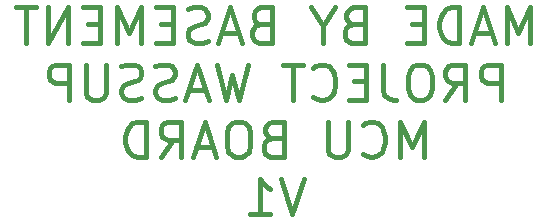
<source format=gbr>
%TF.GenerationSoftware,KiCad,Pcbnew,(6.0.9)*%
%TF.CreationDate,2022-11-26T13:31:22+01:00*%
%TF.ProjectId,MCU_PCB,4d43555f-5043-4422-9e6b-696361645f70,rev?*%
%TF.SameCoordinates,Original*%
%TF.FileFunction,Legend,Bot*%
%TF.FilePolarity,Positive*%
%FSLAX46Y46*%
G04 Gerber Fmt 4.6, Leading zero omitted, Abs format (unit mm)*
G04 Created by KiCad (PCBNEW (6.0.9)) date 2022-11-26 13:31:22*
%MOMM*%
%LPD*%
G01*
G04 APERTURE LIST*
%ADD10C,0.450000*%
G04 APERTURE END LIST*
D10*
X148071428Y-91612142D02*
X148071428Y-88612142D01*
X147071428Y-90755000D01*
X146071428Y-88612142D01*
X146071428Y-91612142D01*
X144785714Y-90755000D02*
X143357142Y-90755000D01*
X145071428Y-91612142D02*
X144071428Y-88612142D01*
X143071428Y-91612142D01*
X142071428Y-91612142D02*
X142071428Y-88612142D01*
X141357142Y-88612142D01*
X140928571Y-88755000D01*
X140642857Y-89040714D01*
X140500000Y-89326428D01*
X140357142Y-89897857D01*
X140357142Y-90326428D01*
X140500000Y-90897857D01*
X140642857Y-91183571D01*
X140928571Y-91469285D01*
X141357142Y-91612142D01*
X142071428Y-91612142D01*
X139071428Y-90040714D02*
X138071428Y-90040714D01*
X137642857Y-91612142D02*
X139071428Y-91612142D01*
X139071428Y-88612142D01*
X137642857Y-88612142D01*
X133071428Y-90040714D02*
X132642857Y-90183571D01*
X132500000Y-90326428D01*
X132357142Y-90612142D01*
X132357142Y-91040714D01*
X132500000Y-91326428D01*
X132642857Y-91469285D01*
X132928571Y-91612142D01*
X134071428Y-91612142D01*
X134071428Y-88612142D01*
X133071428Y-88612142D01*
X132785714Y-88755000D01*
X132642857Y-88897857D01*
X132500000Y-89183571D01*
X132500000Y-89469285D01*
X132642857Y-89755000D01*
X132785714Y-89897857D01*
X133071428Y-90040714D01*
X134071428Y-90040714D01*
X130500000Y-90183571D02*
X130500000Y-91612142D01*
X131500000Y-88612142D02*
X130500000Y-90183571D01*
X129500000Y-88612142D01*
X125214285Y-90040714D02*
X124785714Y-90183571D01*
X124642857Y-90326428D01*
X124500000Y-90612142D01*
X124500000Y-91040714D01*
X124642857Y-91326428D01*
X124785714Y-91469285D01*
X125071428Y-91612142D01*
X126214285Y-91612142D01*
X126214285Y-88612142D01*
X125214285Y-88612142D01*
X124928571Y-88755000D01*
X124785714Y-88897857D01*
X124642857Y-89183571D01*
X124642857Y-89469285D01*
X124785714Y-89755000D01*
X124928571Y-89897857D01*
X125214285Y-90040714D01*
X126214285Y-90040714D01*
X123357142Y-90755000D02*
X121928571Y-90755000D01*
X123642857Y-91612142D02*
X122642857Y-88612142D01*
X121642857Y-91612142D01*
X120785714Y-91469285D02*
X120357142Y-91612142D01*
X119642857Y-91612142D01*
X119357142Y-91469285D01*
X119214285Y-91326428D01*
X119071428Y-91040714D01*
X119071428Y-90755000D01*
X119214285Y-90469285D01*
X119357142Y-90326428D01*
X119642857Y-90183571D01*
X120214285Y-90040714D01*
X120500000Y-89897857D01*
X120642857Y-89755000D01*
X120785714Y-89469285D01*
X120785714Y-89183571D01*
X120642857Y-88897857D01*
X120500000Y-88755000D01*
X120214285Y-88612142D01*
X119500000Y-88612142D01*
X119071428Y-88755000D01*
X117785714Y-90040714D02*
X116785714Y-90040714D01*
X116357142Y-91612142D02*
X117785714Y-91612142D01*
X117785714Y-88612142D01*
X116357142Y-88612142D01*
X115071428Y-91612142D02*
X115071428Y-88612142D01*
X114071428Y-90755000D01*
X113071428Y-88612142D01*
X113071428Y-91612142D01*
X111642857Y-90040714D02*
X110642857Y-90040714D01*
X110214285Y-91612142D02*
X111642857Y-91612142D01*
X111642857Y-88612142D01*
X110214285Y-88612142D01*
X108928571Y-91612142D02*
X108928571Y-88612142D01*
X107214285Y-91612142D01*
X107214285Y-88612142D01*
X106214285Y-88612142D02*
X104500000Y-88612142D01*
X105357142Y-91612142D02*
X105357142Y-88612142D01*
X145571428Y-96442142D02*
X145571428Y-93442142D01*
X144428571Y-93442142D01*
X144142857Y-93585000D01*
X144000000Y-93727857D01*
X143857142Y-94013571D01*
X143857142Y-94442142D01*
X144000000Y-94727857D01*
X144142857Y-94870714D01*
X144428571Y-95013571D01*
X145571428Y-95013571D01*
X140857142Y-96442142D02*
X141857142Y-95013571D01*
X142571428Y-96442142D02*
X142571428Y-93442142D01*
X141428571Y-93442142D01*
X141142857Y-93585000D01*
X141000000Y-93727857D01*
X140857142Y-94013571D01*
X140857142Y-94442142D01*
X141000000Y-94727857D01*
X141142857Y-94870714D01*
X141428571Y-95013571D01*
X142571428Y-95013571D01*
X139000000Y-93442142D02*
X138428571Y-93442142D01*
X138142857Y-93585000D01*
X137857142Y-93870714D01*
X137714285Y-94442142D01*
X137714285Y-95442142D01*
X137857142Y-96013571D01*
X138142857Y-96299285D01*
X138428571Y-96442142D01*
X139000000Y-96442142D01*
X139285714Y-96299285D01*
X139571428Y-96013571D01*
X139714285Y-95442142D01*
X139714285Y-94442142D01*
X139571428Y-93870714D01*
X139285714Y-93585000D01*
X139000000Y-93442142D01*
X135571428Y-93442142D02*
X135571428Y-95585000D01*
X135714285Y-96013571D01*
X136000000Y-96299285D01*
X136428571Y-96442142D01*
X136714285Y-96442142D01*
X134142857Y-94870714D02*
X133142857Y-94870714D01*
X132714285Y-96442142D02*
X134142857Y-96442142D01*
X134142857Y-93442142D01*
X132714285Y-93442142D01*
X129714285Y-96156428D02*
X129857142Y-96299285D01*
X130285714Y-96442142D01*
X130571428Y-96442142D01*
X131000000Y-96299285D01*
X131285714Y-96013571D01*
X131428571Y-95727857D01*
X131571428Y-95156428D01*
X131571428Y-94727857D01*
X131428571Y-94156428D01*
X131285714Y-93870714D01*
X131000000Y-93585000D01*
X130571428Y-93442142D01*
X130285714Y-93442142D01*
X129857142Y-93585000D01*
X129714285Y-93727857D01*
X128857142Y-93442142D02*
X127142857Y-93442142D01*
X128000000Y-96442142D02*
X128000000Y-93442142D01*
X124142857Y-93442142D02*
X123428571Y-96442142D01*
X122857142Y-94299285D01*
X122285714Y-96442142D01*
X121571428Y-93442142D01*
X120571428Y-95585000D02*
X119142857Y-95585000D01*
X120857142Y-96442142D02*
X119857142Y-93442142D01*
X118857142Y-96442142D01*
X118000000Y-96299285D02*
X117571428Y-96442142D01*
X116857142Y-96442142D01*
X116571428Y-96299285D01*
X116428571Y-96156428D01*
X116285714Y-95870714D01*
X116285714Y-95585000D01*
X116428571Y-95299285D01*
X116571428Y-95156428D01*
X116857142Y-95013571D01*
X117428571Y-94870714D01*
X117714285Y-94727857D01*
X117857142Y-94585000D01*
X118000000Y-94299285D01*
X118000000Y-94013571D01*
X117857142Y-93727857D01*
X117714285Y-93585000D01*
X117428571Y-93442142D01*
X116714285Y-93442142D01*
X116285714Y-93585000D01*
X115142857Y-96299285D02*
X114714285Y-96442142D01*
X114000000Y-96442142D01*
X113714285Y-96299285D01*
X113571428Y-96156428D01*
X113428571Y-95870714D01*
X113428571Y-95585000D01*
X113571428Y-95299285D01*
X113714285Y-95156428D01*
X114000000Y-95013571D01*
X114571428Y-94870714D01*
X114857142Y-94727857D01*
X115000000Y-94585000D01*
X115142857Y-94299285D01*
X115142857Y-94013571D01*
X115000000Y-93727857D01*
X114857142Y-93585000D01*
X114571428Y-93442142D01*
X113857142Y-93442142D01*
X113428571Y-93585000D01*
X112142857Y-93442142D02*
X112142857Y-95870714D01*
X112000000Y-96156428D01*
X111857142Y-96299285D01*
X111571428Y-96442142D01*
X111000000Y-96442142D01*
X110714285Y-96299285D01*
X110571428Y-96156428D01*
X110428571Y-95870714D01*
X110428571Y-93442142D01*
X109000000Y-96442142D02*
X109000000Y-93442142D01*
X107857142Y-93442142D01*
X107571428Y-93585000D01*
X107428571Y-93727857D01*
X107285714Y-94013571D01*
X107285714Y-94442142D01*
X107428571Y-94727857D01*
X107571428Y-94870714D01*
X107857142Y-95013571D01*
X109000000Y-95013571D01*
X139071428Y-101272142D02*
X139071428Y-98272142D01*
X138071428Y-100415000D01*
X137071428Y-98272142D01*
X137071428Y-101272142D01*
X133928571Y-100986428D02*
X134071428Y-101129285D01*
X134500000Y-101272142D01*
X134785714Y-101272142D01*
X135214285Y-101129285D01*
X135500000Y-100843571D01*
X135642857Y-100557857D01*
X135785714Y-99986428D01*
X135785714Y-99557857D01*
X135642857Y-98986428D01*
X135500000Y-98700714D01*
X135214285Y-98415000D01*
X134785714Y-98272142D01*
X134500000Y-98272142D01*
X134071428Y-98415000D01*
X133928571Y-98557857D01*
X132642857Y-98272142D02*
X132642857Y-100700714D01*
X132500000Y-100986428D01*
X132357142Y-101129285D01*
X132071428Y-101272142D01*
X131500000Y-101272142D01*
X131214285Y-101129285D01*
X131071428Y-100986428D01*
X130928571Y-100700714D01*
X130928571Y-98272142D01*
X126214285Y-99700714D02*
X125785714Y-99843571D01*
X125642857Y-99986428D01*
X125500000Y-100272142D01*
X125500000Y-100700714D01*
X125642857Y-100986428D01*
X125785714Y-101129285D01*
X126071428Y-101272142D01*
X127214285Y-101272142D01*
X127214285Y-98272142D01*
X126214285Y-98272142D01*
X125928571Y-98415000D01*
X125785714Y-98557857D01*
X125642857Y-98843571D01*
X125642857Y-99129285D01*
X125785714Y-99415000D01*
X125928571Y-99557857D01*
X126214285Y-99700714D01*
X127214285Y-99700714D01*
X123642857Y-98272142D02*
X123071428Y-98272142D01*
X122785714Y-98415000D01*
X122500000Y-98700714D01*
X122357142Y-99272142D01*
X122357142Y-100272142D01*
X122500000Y-100843571D01*
X122785714Y-101129285D01*
X123071428Y-101272142D01*
X123642857Y-101272142D01*
X123928571Y-101129285D01*
X124214285Y-100843571D01*
X124357142Y-100272142D01*
X124357142Y-99272142D01*
X124214285Y-98700714D01*
X123928571Y-98415000D01*
X123642857Y-98272142D01*
X121214285Y-100415000D02*
X119785714Y-100415000D01*
X121500000Y-101272142D02*
X120500000Y-98272142D01*
X119500000Y-101272142D01*
X116785714Y-101272142D02*
X117785714Y-99843571D01*
X118500000Y-101272142D02*
X118500000Y-98272142D01*
X117357142Y-98272142D01*
X117071428Y-98415000D01*
X116928571Y-98557857D01*
X116785714Y-98843571D01*
X116785714Y-99272142D01*
X116928571Y-99557857D01*
X117071428Y-99700714D01*
X117357142Y-99843571D01*
X118500000Y-99843571D01*
X115500000Y-101272142D02*
X115500000Y-98272142D01*
X114785714Y-98272142D01*
X114357142Y-98415000D01*
X114071428Y-98700714D01*
X113928571Y-98986428D01*
X113785714Y-99557857D01*
X113785714Y-99986428D01*
X113928571Y-100557857D01*
X114071428Y-100843571D01*
X114357142Y-101129285D01*
X114785714Y-101272142D01*
X115500000Y-101272142D01*
X128928571Y-103102142D02*
X127928571Y-106102142D01*
X126928571Y-103102142D01*
X124357142Y-106102142D02*
X126071428Y-106102142D01*
X125214285Y-106102142D02*
X125214285Y-103102142D01*
X125500000Y-103530714D01*
X125785714Y-103816428D01*
X126071428Y-103959285D01*
M02*

</source>
